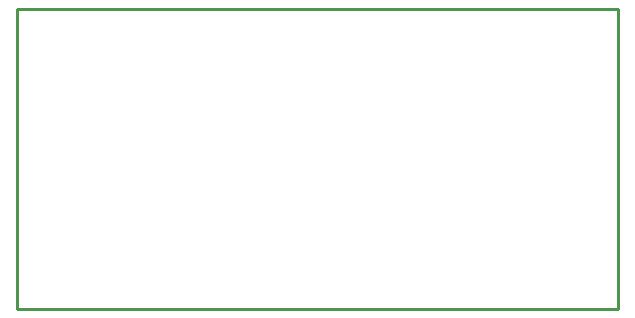
<source format=gko>
G04 Layer_Color=16711935*
%FSLAX25Y25*%
%MOIN*%
G70*
G01*
G75*
%ADD21C,0.01000*%
D21*
X170000Y270000D02*
X370500D01*
X170000D02*
Y370000D01*
X370500D01*
Y270000D02*
Y370000D01*
M02*

</source>
